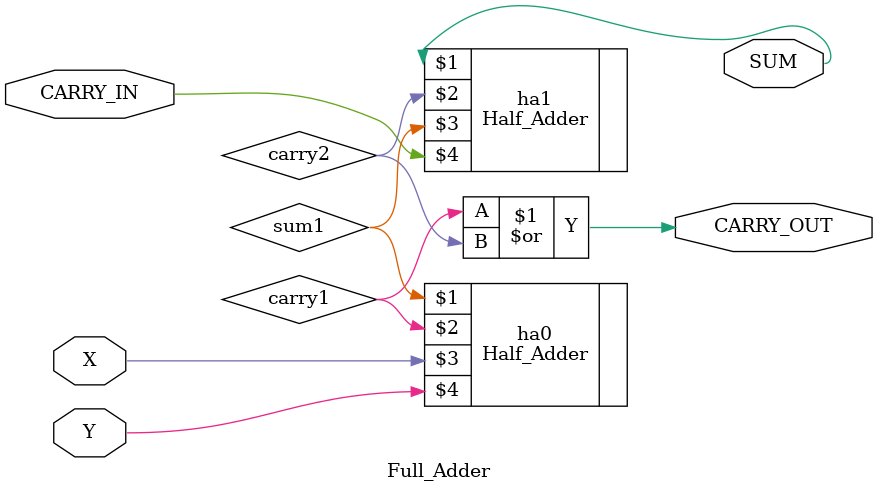
<source format=v>
module Full_Adder (
	output wire SUM, CARRY_OUT,
	input wire X,Y,CARRY_IN
);

wire sum1;
wire carry1, carry2;

// HA (SUM, CARRY, X, Y) ???
Half_Adder ha0 (sum1, carry1, X, Y);
Half_Adder ha1 (SUM, carry2, sum1, CARRY_IN);
or (CARRY_OUT, carry1, carry2);

endmodule

</source>
